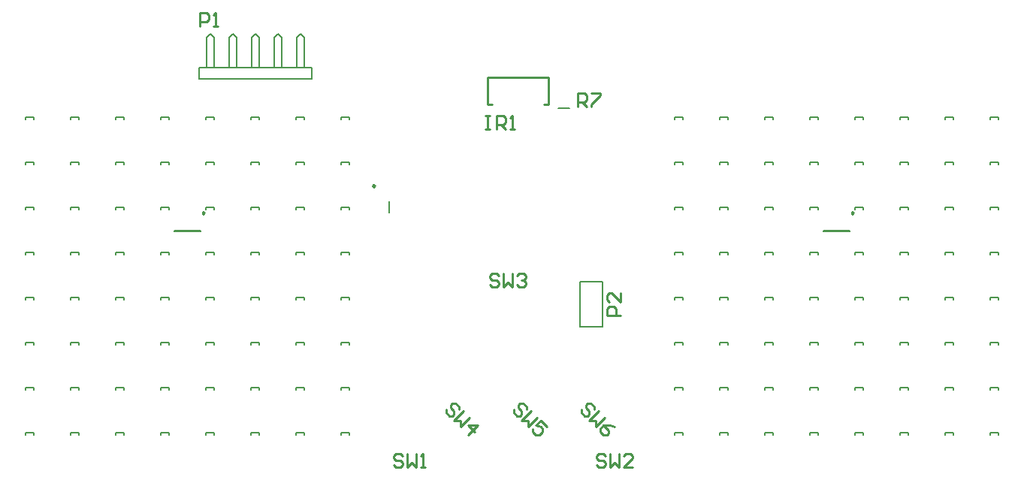
<source format=gto>
G04*
G04 #@! TF.GenerationSoftware,Altium Limited,Altium Designer,18.1.9 (240)*
G04*
G04 Layer_Color=65535*
%FSLAX25Y25*%
%MOIN*%
G70*
G01*
G75*
%ADD10C,0.01000*%
%ADD11C,0.00984*%
%ADD12C,0.00787*%
D10*
X338500Y249500D02*
X339000Y250000D01*
X338000D02*
X338500Y249500D01*
Y250500D02*
X338000Y250000D01*
X339000D02*
X338500Y250500D01*
X389000Y286181D02*
Y298181D01*
X416000D01*
Y286181D02*
Y298181D01*
X389000Y286181D02*
X391000D01*
X414000D02*
X416000D01*
X436362Y150707D02*
Y152121D01*
X434948Y153534D01*
X433534D01*
X432828Y152828D01*
Y151414D01*
X434241Y150000D01*
Y148586D01*
X433534Y147879D01*
X432121D01*
X430707Y149293D01*
Y150707D01*
X438483Y150000D02*
X434241Y145759D01*
X437069D01*
Y142931D01*
X441310Y147172D01*
X445551Y142931D02*
X443431Y143638D01*
X440603D01*
X439189Y142224D01*
Y140811D01*
X440603Y139397D01*
X442017D01*
X442724Y140104D01*
Y141517D01*
X440603Y143638D01*
X406362Y150707D02*
Y152121D01*
X404948Y153534D01*
X403534D01*
X402828Y152828D01*
Y151414D01*
X404241Y150000D01*
Y148586D01*
X403534Y147879D01*
X402121D01*
X400707Y149293D01*
Y150707D01*
X408483Y150000D02*
X404241Y145759D01*
X407069D01*
Y142931D01*
X411310Y147172D01*
X415551Y142931D02*
X412724Y145759D01*
X410603Y143638D01*
X412724Y142931D01*
X413431Y142224D01*
Y140811D01*
X412017Y139397D01*
X410603D01*
X409189Y140811D01*
Y142224D01*
X376362Y150707D02*
Y152121D01*
X374948Y153534D01*
X373534D01*
X372828Y152828D01*
Y151414D01*
X374241Y150000D01*
Y148586D01*
X373534Y147879D01*
X372121D01*
X370707Y149293D01*
Y150707D01*
X378483Y150000D02*
X374241Y145759D01*
X377069D01*
Y142931D01*
X381310Y147172D01*
X380603Y139397D02*
X384844Y143638D01*
X380603D01*
X383431Y140811D01*
X393999Y209998D02*
X392999Y210998D01*
X391000D01*
X390000Y209998D01*
Y208999D01*
X391000Y207999D01*
X392999D01*
X393999Y206999D01*
Y206000D01*
X392999Y205000D01*
X391000D01*
X390000Y206000D01*
X395998Y210998D02*
Y205000D01*
X397997Y206999D01*
X399997Y205000D01*
Y210998D01*
X401996Y209998D02*
X402996Y210998D01*
X404995D01*
X405995Y209998D01*
Y208999D01*
X404995Y207999D01*
X403996D01*
X404995D01*
X405995Y206999D01*
Y206000D01*
X404995Y205000D01*
X402996D01*
X401996Y206000D01*
X441499Y129998D02*
X440499Y130998D01*
X438500D01*
X437500Y129998D01*
Y128999D01*
X438500Y127999D01*
X440499D01*
X441499Y126999D01*
Y126000D01*
X440499Y125000D01*
X438500D01*
X437500Y126000D01*
X443498Y130998D02*
Y125000D01*
X445497Y126999D01*
X447497Y125000D01*
Y130998D01*
X453495Y125000D02*
X449496D01*
X453495Y128999D01*
Y129998D01*
X452495Y130998D01*
X450496D01*
X449496Y129998D01*
X351499D02*
X350499Y130998D01*
X348500D01*
X347500Y129998D01*
Y128999D01*
X348500Y127999D01*
X350499D01*
X351499Y126999D01*
Y126000D01*
X350499Y125000D01*
X348500D01*
X347500Y126000D01*
X353498Y130998D02*
Y125000D01*
X355497Y126999D01*
X357497Y125000D01*
Y130998D01*
X359496Y125000D02*
X361495D01*
X360496D01*
Y130998D01*
X359496Y129998D01*
X388000Y280998D02*
X389999D01*
X389000D01*
Y275000D01*
X388000D01*
X389999D01*
X392998D02*
Y280998D01*
X395997D01*
X396997Y279998D01*
Y277999D01*
X395997Y276999D01*
X392998D01*
X394998D02*
X396997Y275000D01*
X398996D02*
X400996D01*
X399996D01*
Y280998D01*
X398996Y279998D01*
X429000Y285000D02*
Y290998D01*
X431999D01*
X432999Y289998D01*
Y287999D01*
X431999Y286999D01*
X429000D01*
X430999D02*
X432999Y285000D01*
X434998Y290998D02*
X438997D01*
Y289998D01*
X434998Y286000D01*
Y285000D01*
X261600Y320900D02*
Y326898D01*
X264599D01*
X265599Y325898D01*
Y323899D01*
X264599Y322899D01*
X261600D01*
X267598Y320900D02*
X269597D01*
X268598D01*
Y326898D01*
X267598Y325898D01*
X448000Y192500D02*
X442002D01*
Y195499D01*
X443002Y196499D01*
X445001D01*
X446001Y195499D01*
Y192500D01*
X448000Y202497D02*
Y198498D01*
X444001Y202497D01*
X443002D01*
X442002Y201497D01*
Y199498D01*
X443002Y198498D01*
D11*
X263492Y237992D02*
X262754Y238418D01*
Y237566D01*
X263492Y237992D01*
X551492D02*
X550754Y238418D01*
Y237566D01*
X551492Y237992D01*
D12*
X250095Y229902D02*
X250095Y230098D01*
X261906Y229902D02*
Y230098D01*
X250095D02*
X261906D01*
X250095Y229902D02*
X261906D01*
X538095D02*
Y230098D01*
X549905Y229902D02*
Y230098D01*
X538095D02*
X549905D01*
X538095Y229902D02*
X549905D01*
X187969Y139409D02*
Y140591D01*
X184031Y139409D02*
Y140591D01*
X187969D01*
Y159409D02*
Y160591D01*
X184031Y159409D02*
Y160591D01*
X187969D01*
Y179409D02*
Y180591D01*
X184031Y179409D02*
Y180591D01*
X187969D01*
Y199409D02*
Y200591D01*
X184031Y199409D02*
Y200591D01*
X187969D01*
Y219409D02*
Y220590D01*
X184031Y219409D02*
Y220590D01*
X187969D01*
Y239409D02*
Y240591D01*
X184031Y239409D02*
Y240591D01*
X187969D01*
Y259409D02*
Y260591D01*
X184031Y259409D02*
Y260591D01*
X187969D01*
Y279410D02*
Y280591D01*
X184031Y279410D02*
Y280591D01*
X187969D01*
X207968Y139409D02*
Y140591D01*
X204031Y139409D02*
Y140591D01*
X207968D01*
Y159409D02*
Y160591D01*
X204031Y159409D02*
Y160591D01*
X207968D01*
Y179409D02*
Y180591D01*
X204031Y179409D02*
Y180591D01*
X207968D01*
Y199409D02*
Y200591D01*
X204031Y199409D02*
Y200591D01*
X207968D01*
Y219409D02*
Y220590D01*
X204031Y219409D02*
Y220590D01*
X207968D01*
Y239409D02*
Y240591D01*
X204031Y239409D02*
Y240591D01*
X207968D01*
Y259409D02*
Y260591D01*
X204031Y259409D02*
Y260591D01*
X207968D01*
Y279410D02*
Y280591D01*
X204031Y279410D02*
Y280591D01*
X207968D01*
X227969Y139409D02*
Y140591D01*
X224031Y139409D02*
Y140591D01*
X227969D01*
Y159409D02*
Y160591D01*
X224031Y159409D02*
Y160591D01*
X227969D01*
Y179409D02*
Y180591D01*
X224031Y179409D02*
Y180591D01*
X227969D01*
Y199409D02*
Y200591D01*
X224031Y199409D02*
Y200591D01*
X227969D01*
Y219409D02*
Y220590D01*
X224031Y219409D02*
Y220590D01*
X227969D01*
Y239409D02*
Y240591D01*
X224031Y239409D02*
Y240591D01*
X227969D01*
Y259409D02*
Y260591D01*
X224031Y259409D02*
Y260591D01*
X227969D01*
Y279410D02*
Y280591D01*
X224031Y279410D02*
Y280591D01*
X227969D01*
X247969Y139409D02*
Y140591D01*
X244032Y139409D02*
Y140591D01*
X247969D01*
Y159409D02*
Y160591D01*
X244032Y159409D02*
Y160591D01*
X247969D01*
Y179409D02*
Y180591D01*
X244032Y179409D02*
Y180591D01*
X247969D01*
Y199409D02*
Y200591D01*
X244032Y199409D02*
Y200591D01*
X247969D01*
Y219409D02*
Y220590D01*
X244032Y219409D02*
Y220590D01*
X247969D01*
Y239409D02*
Y240591D01*
X244032Y239409D02*
Y240591D01*
X247969D01*
Y259409D02*
Y260591D01*
X244032Y259409D02*
Y260591D01*
X247969D01*
Y279410D02*
Y280591D01*
X244032Y279410D02*
Y280591D01*
X247969D01*
X267969Y139409D02*
Y140591D01*
X264032Y139409D02*
Y140591D01*
X267969D01*
Y159409D02*
Y160591D01*
X264032Y159409D02*
Y160591D01*
X267969D01*
Y179409D02*
Y180591D01*
X264032Y179409D02*
Y180591D01*
X267969D01*
Y199409D02*
Y200591D01*
X264032Y199409D02*
Y200591D01*
X267969D01*
Y219409D02*
Y220590D01*
X264032Y219409D02*
Y220590D01*
X267969D01*
Y239409D02*
Y240591D01*
X264032Y239409D02*
Y240591D01*
X267969D01*
Y259409D02*
Y260591D01*
X264032Y259409D02*
Y260591D01*
X267969D01*
Y279410D02*
Y280591D01*
X264032Y279410D02*
Y280591D01*
X267969D01*
X287968Y139409D02*
Y140591D01*
X284032Y139409D02*
Y140591D01*
X287968D01*
Y159409D02*
Y160591D01*
X284032Y159409D02*
Y160591D01*
X287968D01*
Y179409D02*
Y180591D01*
X284032Y179409D02*
Y180591D01*
X287968D01*
Y199409D02*
Y200591D01*
X284032Y199409D02*
Y200591D01*
X287968D01*
Y219409D02*
Y220590D01*
X284032Y219409D02*
Y220590D01*
X287968D01*
Y239409D02*
Y240591D01*
X284032Y239409D02*
Y240591D01*
X287968D01*
Y259409D02*
Y260591D01*
X284032Y259409D02*
Y260591D01*
X287968D01*
Y279410D02*
Y280591D01*
X284032Y279410D02*
Y280591D01*
X287968D01*
X307968Y139409D02*
Y140591D01*
X304031Y139409D02*
Y140591D01*
X307968D01*
Y159409D02*
Y160591D01*
X304031Y159409D02*
Y160591D01*
X307968D01*
Y179409D02*
Y180591D01*
X304031Y179409D02*
Y180591D01*
X307968D01*
Y199409D02*
Y200591D01*
X304031Y199409D02*
Y200591D01*
X307968D01*
Y219409D02*
Y220590D01*
X304031Y219409D02*
Y220590D01*
X307968D01*
Y239409D02*
Y240591D01*
X304031Y239409D02*
Y240591D01*
X307968D01*
Y259409D02*
Y260591D01*
X304031Y259409D02*
Y260591D01*
X307968D01*
Y279410D02*
Y280591D01*
X304031Y279410D02*
Y280591D01*
X307968D01*
X327969Y139409D02*
Y140591D01*
X324031Y139409D02*
Y140591D01*
X327969D01*
Y159409D02*
Y160591D01*
X324031Y159409D02*
Y160591D01*
X327969D01*
Y179409D02*
Y180591D01*
X324031Y179409D02*
Y180591D01*
X327969D01*
Y199409D02*
Y200591D01*
X324031Y199409D02*
Y200591D01*
X327969D01*
Y219409D02*
Y220590D01*
X324031Y219409D02*
Y220590D01*
X327969D01*
Y239409D02*
Y240591D01*
X324031Y239409D02*
Y240591D01*
X327969D01*
Y259409D02*
Y260591D01*
X324031Y259409D02*
Y260591D01*
X327969D01*
Y279410D02*
Y280591D01*
X324031Y279410D02*
Y280591D01*
X327969D01*
X475969Y139409D02*
Y140591D01*
X472031Y139409D02*
Y140591D01*
X475969D01*
Y159409D02*
Y160591D01*
X472031Y159409D02*
Y160591D01*
X475969D01*
Y179409D02*
Y180591D01*
X472031Y179409D02*
Y180591D01*
X475969D01*
Y199409D02*
Y200591D01*
X472031Y199409D02*
Y200591D01*
X475969D01*
Y219409D02*
Y220590D01*
X472031Y219409D02*
Y220590D01*
X475969D01*
Y239409D02*
Y240591D01*
X472031Y239409D02*
Y240591D01*
X475969D01*
Y259409D02*
Y260591D01*
X472031Y259409D02*
Y260591D01*
X475969D01*
Y279410D02*
Y280591D01*
X472031Y279410D02*
Y280591D01*
X475969D01*
X495968Y139409D02*
Y140591D01*
X492031Y139409D02*
Y140591D01*
X495968D01*
Y159409D02*
Y160591D01*
X492031Y159409D02*
Y160591D01*
X495968D01*
Y179409D02*
Y180591D01*
X492031Y179409D02*
Y180591D01*
X495968D01*
Y199409D02*
Y200591D01*
X492031Y199409D02*
Y200591D01*
X495968D01*
Y219409D02*
Y220590D01*
X492031Y219409D02*
Y220590D01*
X495968D01*
Y239409D02*
Y240591D01*
X492031Y239409D02*
Y240591D01*
X495968D01*
Y259409D02*
Y260591D01*
X492031Y259409D02*
Y260591D01*
X495968D01*
Y279410D02*
Y280591D01*
X492031Y279410D02*
Y280591D01*
X495968D01*
X515969Y139409D02*
Y140591D01*
X512032Y139409D02*
Y140591D01*
X515969D01*
Y159409D02*
Y160591D01*
X512032Y159409D02*
Y160591D01*
X515969D01*
Y179409D02*
Y180591D01*
X512032Y179409D02*
Y180591D01*
X515969D01*
Y199409D02*
Y200591D01*
X512032Y199409D02*
Y200591D01*
X515969D01*
Y219409D02*
Y220590D01*
X512032Y219409D02*
Y220590D01*
X515969D01*
Y239409D02*
Y240591D01*
X512032Y239409D02*
Y240591D01*
X515969D01*
Y259409D02*
Y260591D01*
X512032Y259409D02*
Y260591D01*
X515969D01*
Y279410D02*
Y280591D01*
X512032Y279410D02*
Y280591D01*
X515969D01*
X535968Y139409D02*
Y140591D01*
X532031Y139409D02*
Y140591D01*
X535968D01*
Y159409D02*
Y160591D01*
X532031Y159409D02*
Y160591D01*
X535968D01*
Y179409D02*
Y180591D01*
X532031Y179409D02*
Y180591D01*
X535968D01*
Y199409D02*
Y200591D01*
X532031Y199409D02*
Y200591D01*
X535968D01*
Y219409D02*
Y220590D01*
X532031Y219409D02*
Y220590D01*
X535968D01*
Y239409D02*
Y240591D01*
X532031Y239409D02*
Y240591D01*
X535968D01*
Y259409D02*
Y260591D01*
X532031Y259409D02*
Y260591D01*
X535968D01*
Y279410D02*
Y280591D01*
X532031Y279410D02*
Y280591D01*
X535968D01*
X555969Y139409D02*
Y140591D01*
X552032Y139409D02*
Y140591D01*
X555969D01*
Y159409D02*
Y160591D01*
X552032Y159409D02*
Y160591D01*
X555969D01*
Y179409D02*
Y180591D01*
X552032Y179409D02*
Y180591D01*
X555969D01*
Y199409D02*
Y200591D01*
X552032Y199409D02*
Y200591D01*
X555969D01*
Y219409D02*
Y220590D01*
X552032Y219409D02*
Y220590D01*
X555969D01*
Y239409D02*
Y240591D01*
X552032Y239409D02*
Y240591D01*
X555969D01*
Y259409D02*
Y260591D01*
X552032Y259409D02*
Y260591D01*
X555969D01*
Y279410D02*
Y280591D01*
X552032Y279410D02*
Y280591D01*
X555969D01*
X575969Y139409D02*
Y140591D01*
X572031Y139409D02*
Y140591D01*
X575969D01*
Y159409D02*
Y160591D01*
X572031Y159409D02*
Y160591D01*
X575969D01*
Y179409D02*
Y180591D01*
X572031Y179409D02*
Y180591D01*
X575969D01*
Y199409D02*
Y200591D01*
X572031Y199409D02*
Y200591D01*
X575969D01*
Y219409D02*
Y220590D01*
X572031Y219409D02*
Y220590D01*
X575969D01*
Y239409D02*
Y240591D01*
X572031Y239409D02*
Y240591D01*
X575969D01*
Y259409D02*
Y260591D01*
X572031Y259409D02*
Y260591D01*
X575969D01*
Y279410D02*
Y280591D01*
X572031Y279410D02*
Y280591D01*
X575969D01*
X595968Y139409D02*
Y140591D01*
X592031Y139409D02*
Y140591D01*
X595968D01*
Y159409D02*
Y160591D01*
X592031Y159409D02*
Y160591D01*
X595968D01*
Y179409D02*
Y180591D01*
X592031Y179409D02*
Y180591D01*
X595968D01*
Y199409D02*
Y200591D01*
X592031Y199409D02*
Y200591D01*
X595968D01*
Y219409D02*
Y220590D01*
X592031Y219409D02*
Y220590D01*
X595968D01*
Y239409D02*
Y240591D01*
X592031Y239409D02*
Y240591D01*
X595968D01*
Y259409D02*
Y260591D01*
X592031Y259409D02*
Y260591D01*
X595968D01*
Y279410D02*
Y280591D01*
X592031Y279410D02*
Y280591D01*
X595968D01*
X615969Y139409D02*
Y140591D01*
X612032Y139409D02*
Y140591D01*
X615969D01*
Y159409D02*
Y160591D01*
X612032Y159409D02*
Y160591D01*
X615969D01*
Y179409D02*
Y180591D01*
X612032Y179409D02*
Y180591D01*
X615969D01*
Y199409D02*
Y200591D01*
X612032Y199409D02*
Y200591D01*
X615969D01*
Y219409D02*
Y220590D01*
X612032Y219409D02*
Y220590D01*
X615969D01*
Y239409D02*
Y240591D01*
X612032Y239409D02*
Y240591D01*
X615969D01*
Y259409D02*
Y260591D01*
X612032Y259409D02*
Y260591D01*
X615969D01*
Y279410D02*
Y280591D01*
X612032Y279410D02*
Y280591D01*
X615969D01*
X345500Y237941D02*
Y243059D01*
X261000Y297500D02*
Y302500D01*
X311000D01*
Y297500D02*
Y302500D01*
X307667D02*
Y315833D01*
X306000Y317500D02*
X307667Y315833D01*
X304333D02*
X306000Y317500D01*
X304333Y302500D02*
Y315833D01*
X297667Y302500D02*
Y315833D01*
X296000Y317500D02*
X297667Y315833D01*
X294333D02*
X296000Y317500D01*
X294333Y302500D02*
Y315833D01*
X287667D02*
X287667Y302500D01*
X286000Y317500D02*
X287667Y315833D01*
X284333Y315833D02*
X286000Y317500D01*
X284333Y302500D02*
Y315833D01*
X277667Y302500D02*
X277667Y315833D01*
X276000Y317500D02*
X277667Y315833D01*
X274333D02*
X276000Y317500D01*
X274333Y302500D02*
Y315833D01*
X267667Y302500D02*
Y315833D01*
X266000Y317500D02*
X267667Y315833D01*
X264333D02*
X266000Y317500D01*
X264333Y302500D02*
Y315833D01*
X261000Y297500D02*
X311000D01*
X440000Y187500D02*
Y207500D01*
X430000D02*
X440000D01*
X430000D02*
X430000Y187500D01*
X440000D01*
X420441Y284500D02*
X425559D01*
M02*

</source>
